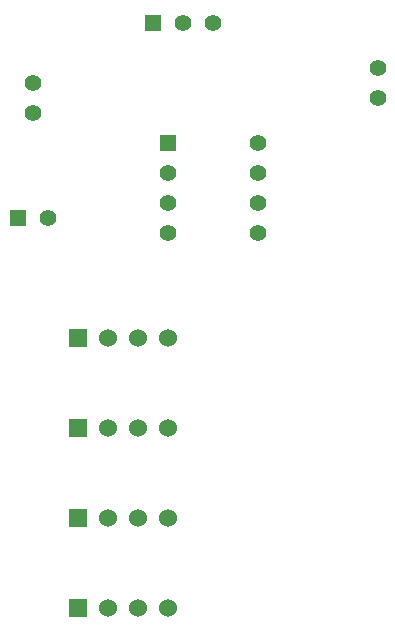
<source format=gts>
%FSLAX34Y34*%
G04 Gerber Fmt 3.4, Leading zero omitted, Abs format*
G04 (created by PCBNEW (2013-11-06 BZR 4440)-product) date Thu 14 Nov 2013 14:49:17 GMT*
%MOIN*%
G01*
G70*
G90*
G04 APERTURE LIST*
%ADD10C,0.005906*%
%ADD11R,0.055000X0.055000*%
%ADD12C,0.055000*%
%ADD13R,0.060000X0.060000*%
%ADD14C,0.060000*%
G04 APERTURE END LIST*
G54D10*
G54D11*
X49000Y-40000D03*
G54D12*
X50000Y-40000D03*
G54D11*
X53500Y-33500D03*
G54D12*
X54500Y-33500D03*
X55500Y-33500D03*
G54D13*
X51000Y-44000D03*
G54D14*
X52000Y-44000D03*
X53000Y-44000D03*
X54000Y-44000D03*
G54D13*
X51000Y-47000D03*
G54D14*
X52000Y-47000D03*
X53000Y-47000D03*
X54000Y-47000D03*
G54D13*
X51000Y-50000D03*
G54D14*
X52000Y-50000D03*
X53000Y-50000D03*
X54000Y-50000D03*
G54D13*
X51000Y-53000D03*
G54D14*
X52000Y-53000D03*
X53000Y-53000D03*
X54000Y-53000D03*
G54D12*
X61000Y-36000D03*
X61000Y-35000D03*
X49500Y-35500D03*
X49500Y-36500D03*
G54D11*
X54000Y-37500D03*
G54D12*
X54000Y-38500D03*
X54000Y-39500D03*
X54000Y-40500D03*
X57000Y-40500D03*
X57000Y-39500D03*
X57000Y-38500D03*
X57000Y-37500D03*
M02*

</source>
